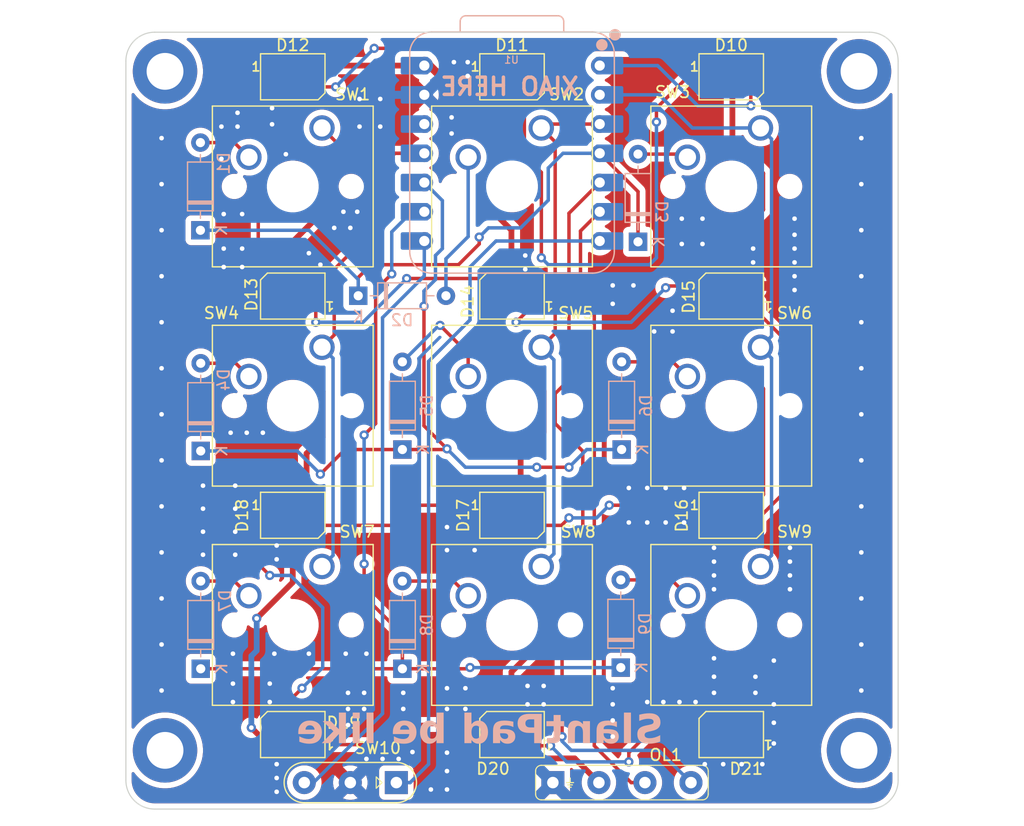
<source format=kicad_pcb>
(kicad_pcb (version 20241229) (generator "pcbnew") (generator_version "9.0")
  (layers (0 "F.Cu" signal) (2 "B.Cu" signal) (13 "F.Paste" user) (15 "B.Paste" user) (5 "F.SilkS" user "F.Silkscreen") (7 "B.SilkS" user "B.Silkscreen") (1 "F.Mask" user) (3 "B.Mask" user) (25 "Edge.Cuts" user))
  (net 0 "")
  (net 1 "ROW 0")
  (net 2 "Net-(D1-A)")
  (net 3 "Net-(D2-A)")
  (net 4 "Net-(D3-A)")
  (net 5 "ROW 1")
  (net 6 "Net-(D4-A)")
  (net 7 "Net-(D5-A)")
  (net 8 "Net-(D6-A)")
  (net 9 "Net-(D7-A)")
  (net 10 "ROW 2")
  (net 11 "Net-(D8-A)")
  (net 12 "Net-(D9-A)")
  (net 13 "+5V")
  (net 14 "LED")
  (net 15 "GND")
  (net 16 "SCL")
  (net 17 "SDA")
  (net 18 "COL 0")
  (net 19 "COL 1")
  (net 20 "COL 2")
  (net 21 "EC11 B")
  (net 22 "EC11 A")
  (net 24 "Net-(D10-DOUT)")
  (net 25 "Net-(D11-DOUT)")
  (net 26 "Net-(D12-DOUT)")
  (net 27 "Net-(D13-DOUT)")
  (net 28 "Net-(D14-DOUT)")
  (net 29 "Net-(D15-DOUT)")
  (net 30 "Net-(D16-DOUT)")
  (net 31 "Net-(D17-DOUT)")
  (net 32 "Net-(D18-DOUT)")
  (net 33 "Net-(D19-DOUT)")
  (net 34 "Net-(D20-DOUT)")
  (footprint "Button_Switch_Keyboard:SW_Cherry_MX_1.00u_PCB" (layer "F.Cu") (at 146.33125 92.06)
    (property "Reference" "SW5")
    (property "Value" "SW_Push")
  )
  (footprint "Button_Switch_Keyboard:SW_Cherry_MX_1.00u_PCB" (layer "F.Cu") (at 127.28125 111.11)
    (property "Reference" "SW7")
    (property "Value" "SW_Push")
  )
  (footprint "LED_SMD:LED_SK6812MINI_PLCC4_3.5x3.5mm_P1.75mm" (layer "F.Cu") (at 143.79125 87.615 180)
    (property "Reference" "D14")
    (property "Value" "SK6812MINI")
  )
  (footprint "MountingHole:MountingHole_3.2mm_M3_DIN965_Pad" (layer "F.Cu") (at 113.64125 127.09)
    (property "Reference" "REF**" (hide yes))
    (property "Value" "MountingHole_3.2mm_M3_DIN965_Pad")
  )
  (footprint "LED_SMD:LED_SK6812MINI_PLCC4_3.5x3.5mm_P1.75mm" (layer "F.Cu") (at 143.79125 68.565)
    (property "Reference" "D11")
    (property "Value" "SK6812MINI")
  )
  (footprint "LED_SMD:LED_SK6812MINI_PLCC4_3.5x3.5mm_P1.75mm" (layer "F.Cu") (at 124.74125 125.715 180)
    (property "Reference" "D19")
    (property "Value" "SK6812MINI")
  )
  (footprint "LED_SMD:LED_SK6812MINI_PLCC4_3.5x3.5mm_P1.75mm" (layer "F.Cu") (at 143.79125 106.665)
    (property "Reference" "D17")
    (property "Value" "SK6812MINI")
  )
  (footprint "Wire_Connectors:SSD1306_0.91_OLED_Wire_Connector" (layer "F.Cu") (at 159.34125 129.89 180)
    (property "Reference" "OL1")
    (property "Value" "SSD1306_0.61_OLED")
  )
  (footprint "Button_Switch_Keyboard:SW_Cherry_MX_1.00u_PCB" (layer "F.Cu") (at 165.38125 111.11)
    (property "Reference" "SW9")
    (property "Value" "SW_Push")
  )
  (footprint "LED_SMD:LED_SK6812MINI_PLCC4_3.5x3.5mm_P1.75mm" (layer "F.Cu") (at 162.84125 125.715 180)
    (property "Reference" "D21")
    (property "Value" "SK6812MINI")
  )
  (footprint "LED_SMD:LED_SK6812MINI_PLCC4_3.5x3.5mm_P1.75mm" (layer "F.Cu") (at 124.74125 106.665)
    (property "Reference" "D18")
    (property "Value" "SK6812MINI")
  )
  (footprint "Button_Switch_Keyboard:SW_Cherry_MX_1.00u_PCB" (layer "F.Cu") (at 165.38125 73.01)
    (property "Reference" "SW3")
    (property "Value" "SW_Push")
  )
  (footprint "LED_SMD:LED_SK6812MINI_PLCC4_3.5x3.5mm_P1.75mm" (layer "F.Cu") (at 124.74125 68.565)
    (property "Reference" "D12")
    (property "Value" "SK6812MINI")
  )
  (footprint "Button_Switch_Keyboard:SW_Cherry_MX_1.00u_PCB" (layer "F.Cu") (at 165.38125 92.06)
    (property "Reference" "SW6")
    (property "Value" "SW_Push")
  )
  (footprint "Button_Switch_Keyboard:SW_Cherry_MX_1.00u_PCB" (layer "F.Cu") (at 127.28125 92.06)
    (property "Reference" "SW4")
    (property "Value" "SW_Push")
  )
  (footprint "LED_SMD:LED_SK6812MINI_PLCC4_3.5x3.5mm_P1.75mm" (layer "F.Cu") (at 162.84125 87.615 180)
    (property "Reference" "D15")
    (property "Value" "SK6812MINI")
  )
  (footprint "MountingHole:MountingHole_3.2mm_M3_DIN965_Pad" (layer "F.Cu") (at 173.94125 68.09)
    (property "Reference" "REF**" (hide yes))
    (property "Value" "MountingHole_3.2mm_M3_DIN965_Pad")
  )
  (footprint "LED_SMD:LED_SK6812MINI_PLCC4_3.5x3.5mm_P1.75mm" (layer "F.Cu") (at 162.84125 106.665)
    (property "Reference" "D16")
    (property "Value" "SK6812MINI")
  )
  (footprint "Button_Switch_Keyboard:SW_Cherry_MX_1.00u_PCB" (layer "F.Cu") (at 146.33125 111.11)
    (property "Reference" "SW8")
    (property "Value" "SW_Push")
  )
  (footprint "MountingHole:MountingHole_3.2mm_M3_DIN965_Pad" (layer "F.Cu") (at 173.94125 127.09)
    (property "Reference" "REF**" (hide yes))
    (property "Value" "MountingHole_3.2mm_M3_DIN965_Pad")
  )
  (footprint "Button_Switch_Keyboard:SW_Cherry_MX_1.00u_PCB" (layer "F.Cu") (at 146.33125 73.01)
    (property "Reference" "SW2")
    (property "Value" "SW_Push")
  )
  (footprint "MountingHole:MountingHole_3.2mm_M3_DIN965_Pad" (layer "F.Cu") (at 113.64125 68.09)
    (property "Reference" "REF**" (hide yes))
    (property "Value" "MountingHole_3.2mm_M3_DIN965_Pad")
  )
  (footprint "LED_SMD:LED_SK6812MINI_PLCC4_3.5x3.5mm_P1.75mm" (layer "F.Cu") (at 143.79125 125.715 180)
    (property "Reference" "D20")
    (property "Value" "SK6812MINI")
  )
  (footprint "LED_SMD:LED_SK6812MINI_PLCC4_3.5x3.5mm_P1.75mm" (layer "F.Cu") (at 124.74125 87.615 180)
    (property "Reference" "D13")
    (property "Value" "SK6812MINI")
  )
  (footprint "Button_Switch_Keyboard:SW_Cherry_MX_1.00u_PCB" (layer "F.Cu") (at 127.28125 73.01)
    (property "Reference" "SW1")
    (property "Value" "SW_Push")
  )
  (footprint "Wire_Connectors:Rotary_Encoder_Wire_Connector" (layer "F.Cu") (at 125.74125 129.89)
    (property "Reference" "SW10")
    (property "Value" "RotaryEncoder_Switch")
  )
  (footprint "LED_SMD:LED_SK6812MINI_PLCC4_3.5x3.5mm_P1.75mm" (layer "F.Cu") (at 162.84125 68.565)
    (property "Reference" "D10")
    (property "Value" "SK6812MINI")
  )
  (footprint "Diode_THT:D_DO-35_SOD27_P7.62mm_Horizontal" (layer "B.Cu") (at 116.71625 81.9 90)
    (property "Reference" "D1")
    (property "Value" "1N4148")
  )
  (footprint "Diode_THT:D_DO-35_SOD27_P7.62mm_Horizontal" (layer "B.Cu") (at 154.74125 82.9 90)
    (property "Reference" "D3")
    (property "Value" "1N4148")
  )
  (footprint "Diode_THT:D_DO-35_SOD27_P7.62mm_Horizontal" (layer "B.Cu") (at 130.43125 87.59)
    (property "Reference" "D2")
    (property "Value" "1N4148")
  )
  (footprint "Diode_THT:D_DO-35_SOD27_P7.62mm_Horizontal" (layer "B.Cu") (at 134.26625 120 90)
    (property "Reference" "D8")
    (property "Value" "1N4148")
  )
  (footprint "OPL:XIAO-RP2040-DIP" (layer "B.Cu") (at 143.79125 75.21 180)
    (property "Reference" "U1")
    (property "Value" "XIAO-RP2040-DIP")
  )
  (footprint "Diode_THT:D_DO-35_SOD27_P7.62mm_Horizontal" (layer "B.Cu") (at 153.31625 100.95 90)
    (property "Reference" "D6")
    (property "Value" "1N4148")
  )
  (footprint "Diode_THT:D_DO-35_SOD27_P7.62mm_Horizontal" (layer "B.Cu") (at 116.74125 120 90)
    (property "Reference" "D7")
    (property "Value" "1N4148")
  )
  (footprint "Diode_THT:D_DO-35_SOD27_P7.62mm_Horizontal" (layer "B.Cu") (at 134.26625 100.95 90)
    (property "Reference" "D5")
    (property "Value" "1N4148")
  )
  (footprint "Diode_THT:D_DO-35_SOD27_P7.62mm_Horizontal" (layer "B.Cu") (at 153.24125 119.9 90)
    (property "Reference" "D9")
    (property "Value" "1N4148")
  )
  (footprint "Diode_THT:D_DO-35_SOD27_P7.62mm_Horizontal" (layer "B.Cu") (at 116.74125 101.075 90)
    (property "Reference" "D4")
    (property "Value" "1N4148")
  )
  (gr_arc (start 174.84125 64.69) (mid 176.609017 65.422233) (end 177.34125 67.19) (stroke (width 0.1)) (layer "Edge.Cuts"))
  (gr_line (start 174.84125 132.19) (end 112.74125 132.19) (stroke (width 0.1)) (layer "Edge.Cuts"))
  (gr_arc (start 112.74125 132.19) (mid 110.973483 131.457767) (end 110.24125 129.69) (stroke (width 0.1)) (layer "Edge.Cuts"))
  (gr_line (start 110.24125 129.69) (end 110.24125 67.19) (stroke (width 0.1)) (layer "Edge.Cuts"))
  (gr_line (start 177.34125 67.19) (end 177.34125 129.69) (stroke (width 0.1)) (layer "Edge.Cuts"))
  (gr_arc (start 110.24125 67.19) (mid 110.973486 65.422251) (end 112.74125 64.69) (stroke (width 0.1)) (layer "Edge.Cuts"))
  (gr_arc (start 177.34125 129.69) (mid 176.609017 131.457767) (end 174.84125 132.19) (stroke (width 0.1)) (layer "Edge.Cuts"))
  (gr_line (start 112.74125 64.69) (end 174.84125 64.69) (stroke (width 0.1)) (layer "Edge.Cuts"))
  (gr_text "XIAO HERE" (at 149.74125 70.29 0) (layer "B.SilkS") (effects (font (size 1.5 1.5) (thickness 0.3) (bold yes)) (justify left bottom mirror)))
  (gr_text "SlantPad be like" (at 156.94125 126.89 0) (layer "B.SilkS") (effects (font (size 2.5 2.5) (thickness 0.375) (bold yes)) (justify left bottom mirror)))
  (segment (start 139.14125 84.89) (end 131.54125 84.89) (width 0.3) (layer "F.Cu") (net 1))
  (segment (start 140.94125 83.09) (end 139.14125 84.89) (width 0.3) (layer "F.Cu") (net 1))
  (segment (start 154.74125 78.54) (end 154.74125 82.9) (width 0.3) (layer "F.Cu") (net 1))
  (segment (start 131.54125 84.89) (end 130.43125 86) (width 0.3) (layer "F.Cu") (net 1))
  (segment (start 151.41125 75.21) (end 154.74125 78.54) (width 0.3) (layer "F.Cu") (net 1))
  (segment (start 140.94125 82.49) (end 140.94125 83.09) (width 0.3) (layer "F.Cu") (net 1))
  (segment (start 130.43125 86) (end 130.43125 87.59) (width 0.3) (layer "F.Cu") (net 1))
  (via (at 140.94125 82.49) (size 0.8) (drill 0.4) (layers "F.Cu" "B.Cu") (net 1))
  (segment (start 141.74125 81.69) (end 144.54125 81.69) (width 0.3) (layer "B.Cu") (net 1))
  (segment (start 116.71625 81.9) (end 126.15125 81.9) (width 0.3) (layer "B.Cu") (net 1))
  (segment (start 140.94125 82.49) (end 141.74125 81.69) (width 0.3) (layer "B.Cu") (net 1))
  (segment (start 126.15125 81.9) (end 130.43125 86.18) (width 0.3) (layer "B.Cu") (net 1))
  (segment (start 146.94125 76.49) (end 148.22125 75.21) (width 0.3) (layer "B.Cu") (net 1))
  (segment (start 144.54125 81.69) (end 146.94125 79.29) (width 0.3) (layer "B.Cu") (net 1))
  (segment (start 130.43125 86.18) (end 130.43125 87.59) (width 0.3) (layer "B.Cu") (net 1))
  (segment (start 146.94125 79.29) (end 146.94125 76.49) (width 0.3) (layer "B.Cu") (net 1))
  (segment (start 148.22125 75.21) (end 151.41125 75.21) (width 0.3) (layer "B.Cu") (net 1))
  (segment (start 119.66125 74.28) (end 116.71625 74.28) (width 0.3) (layer "F.Cu") (net 2))
  (segment (start 119.66125 74.28) (end 120.93125 75.55) (width 0.3) (layer "F.Cu") (net 2))
  (segment (start 138.05125 84.38) (end 139.98125 82.45) (width 0.3) (layer "B.Cu") (net 3))
  (segment (start 138.05125 87.59) (end 138.05125 84.38) (width 0.3) (layer "B.Cu") (net 3))
  (segment (start 139.98125 82.45) (end 139.98125 75.55) (width 0.3) (layer "B.Cu") (net 3))
  (segment (start 158.76125 75.28) (end 159.03125 75.55) (width 0.3) (layer "F.Cu") (net 4))
  (segment (start 154.74125 75.28) (end 158.76125 75.28) (width 0.3) (layer "F.Cu") (net 4))
  (segment (start 138.14125 100.89) (end 138.08125 100.95) (width 0.3) (layer "F.Cu") (net 5))
  (segment (start 136.14125 88.49) (end 136.14125 98.89) (width 0.3) (layer "F.Cu") (net 5))
  (segment (start 127.14125 103.09) (end 129.28125 100.95) (width 0.3) (layer "F.Cu") (net 5))
  (segment (start 129.28125 100.95) (end 134.26625 100.95) (width 0.3) (layer "F.Cu") (net 5))
  (segment (start 136.14125 98.89) (end 138.14125 100.89) (width 0.3) (layer "F.Cu") (net 5))
  (segment (start 138.08125 100.95) (end 134.26625 100.95) (width 0.3) (layer "F.Cu") (net 5))
  (segment (start 148.74125 102.49) (end 145.94125 102.49) (width 0.3) (layer "F.Cu") (net 5))
  (via (at 138.14125 100.89) (size 0.8) (drill 0.4) (layers "F.Cu" "B.Cu") (net 5))
  (via (at 148.74125 102.49) (size 0.8) (drill 0.4) (layers "F.Cu" "B.Cu") (net 5))
  (via (at 127.14125 103.09) (size 0.8) (drill 0.4) (layers "F.Cu" "B.Cu") (net 5))
  (via (at 136.14125 88.49) (size 0.8) (drill 0.4) (layers "F.Cu" "B.Cu") (net 5))
  (via (at 145.94125 102.49) (size 0.8) (drill 0.4) (layers "F.Cu" "B.Cu") (net 5))
  (segment (start 136.14125 87.18112) (end 137.14125 86.18112) (width 0.3) (layer "B.Cu") (net 5))
  (segment (start 116.74125 101.075) (end 125.12625 101.075) (width 0.3) (layer "B.Cu") (net 5))
  (segment (start 137.14125 86.18112) (end 137.14125 84.09) (width 0.3) (layer "B.Cu") (net 5))
  (segment (start 137.14125 84.09) (end 137.74125 83.49) (width 0.3) (layer "B.Cu") (net 5))
  (segment (start 137.74125 79.32) (end 136.17125 77.75) (width 0.3) (layer "B.Cu") (net 5))
  (segment (start 145.94125 102.49) (end 139.74125 102.49) (width 0.3) (layer "B.Cu") (net 5))
  (segment (start 136.14125 88.49) (end 136.14125 87.18112) (width 0.3) (layer "B.Cu") (net 5))
  (segment (start 139.74125 102.49) (end 138.14125 100.89) (width 0.3) (layer "B.Cu") (net 5))
  (segment (start 153.31625 100.95) (end 150.28125 100.95) (width 0.3) (layer "B.Cu") (net 5))
  (segment (start 125.12625 101.075) (end 127.14125 103.09) (width 0.3) (layer "B.Cu") (net 5))
  (segment (start 137.74125 83.49) (end 137.74125 79.32) (width 0.3) (layer "B.Cu") (net 5))
  (segment (start 150.28125 100.95) (end 148.74125 102.49) (width 0.3) (layer "B.Cu") (net 5))
  (segment (start 119.78625 93.455) (end 120.93125 94.6) (width 0.3) (layer "F.Cu") (net 6))
  (segment (start 116.74125 93.455) (end 119.78625 93.455) (width 0.3) (layer "F.Cu") (net 6))
  (segment (start 137.54125 90.165) (end 139.98125 92.605) (width 0.3) (layer "F.Cu") (net 7))
  (segment (start 139.98125 92.605) (end 139.98125 94.6) (width 0.3) (layer "F.Cu") (net 7))
  (via (at 137.54125 90.165) (size 0.8) (drill 0.4) (layers "F.Cu" "B.Cu") (net 7))
  (segment (start 137.43125 90.165) (end 134.26625 93.33) (width 0.3) (layer "B.Cu") (net 7))
  (segment (start 137.54125 90.165) (end 137.43125 90.165) (width 0.3) (layer "B.Cu") (net 7))
  (segment (start 153.31625 93.33) (end 157.76125 93.33) (width 0.3) (layer "F.Cu") (net 8))
  (segment (start 157.76125 93.33) (end 159.03125 94.6) (width 0.3) (layer "F.Cu") (net 8))
  (segment (start 116.74125 112.38) (end 119.66125 112.38) (width 0.3) (layer "F.Cu") (net 9))
  (segment (start 119.66125 112.38) (end 120.93125 113.65) (width 0.3) (layer "F.Cu") (net 9))
  (segment (start 131.94125 87.09) (end 131.94125 98.69) (width 0.3) (layer "F.Cu") (net 10))
  (segment (start 130.94125 113.69) (end 134.26625 117.015) (width 0.3) (layer "F.Cu") (net 10))
  (segment (start 130.94125 110.89) (end 130.94125 113.69) (width 0.3) (layer "F.Cu") (net 10))
  (segment (start 131.94125 98.69) (end 130.94125 99.69) (width 0.3) (layer "F.Cu") (net 10))
  (segment (start 133.34125 85.69) (end 131.94125 87.09) (width 0.3) (layer "F.Cu") (net 10))
  (segment (start 134.26625 120) (end 116.74125 120) (width 0.3) (layer "F.Cu") (net 10))
  (segment (start 134.26625 120) (end 140.03125 120) (width 0.3) (layer "F.Cu") (net 10))
  (segment (start 134.26625 117.015) (end 134.26625 120) (width 0.3) (layer "F.Cu") (net 10))
  (segment (start 140.03125 120) (end 140.14125 119.89) (width 0.3) (layer "F.Cu") (net 10))
  (via (at 130.94125 110.89) (size 0.8) (drill 0.4) (layers "F.Cu" "B.Cu") (net 10))
  (via (at 140.14125 119.89) (size 0.8) (drill 0.4) (layers "F.Cu" "B.Cu") (net 10))
  (via (at 133.34125 85.69) (size 0.8) (drill 0.4) (layers "F.Cu" "B.Cu") (net 10))
  (via (at 130.94125 99.69) (size 0.8) (drill 0.4) (layers "F.Cu" "B.Cu") (net 10))
  (segment (start 133.34125 82.04237) (end 133.34125 85.69) (width 0.3) (layer "B.Cu") (net 10))
  (segment (start 135.09362 80.29) (end 133.34125 82.04237) (width 0.3) (layer "B.Cu") (net 10))
  (segment (start 140.14125 119.89) (end 140.15125 119.9) (width 0.3) (layer "B.Cu") (net 10))
  (segment (start 140.15125 119.9) (end 153.24125 119.9) (width 0.3) (layer "B.Cu") (net 10))
  (segment (start 130.94125 99.69) (end 130.94125 110.89) (width 0.3) (layer "B.Cu") (net 10))
  (segment (start 136.17125 80.29) (end 135.09362 80.29) (width 0.3) (layer "B.Cu") (net 10))
  (segment (start 138.71125 112.38) (end 139.98125 113.65) (width 0.3) (layer "F.Cu") (net 11))
  (segment (start 134.26625 112.38) (end 138.71125 112.38) (width 0.3) (layer "F.Cu") (net 11))
  (segment (start 157.66125 112.28) (end 159.03125 113.65) (width 0.3) (layer "F.Cu") (net 12))
  (segment (start 153.24125 112.28) (end 157.66125 112.28) (width 0.3) (layer "F.Cu") (net 12))
  (segment (start 127.34125 99.89) (end 127.34125 95.89) (width 0.5) (layer "F.Cu") (net 13))
  (segment (start 136.17125 67.59) (end 126.59125 67.59) (width 0.5) (layer "F.Cu") (net 13))
  (segment (start 143.74125 125.89) (end 143.74125 120.2795) (width 0.5) (layer "F.Cu") (net 13))
  (segment (start 143.74125 87.59) (end 142.84125 88.49) (width 0.5) (layer "F.Cu") (net 13))
  (segment (start 142.04125 91.39) (end 146.54125 95.89) (width 0.5) (layer "F.Cu") (net 13))
  (segment (start 162.94125 112.49) (end 165.54125 115.09) (width 0.5) (layer "F.Cu") (net 13))
  (segment (start 146.54125 114.79) (end 143.74125 111.99) (width 0.5) (layer "F.Cu") (net 13))
  (segment (start 124.74125 68.69) (end 125.74125 67.69) (width 0.5) (layer "F.Cu") (net 13))
  (segment (start 162.99125 66.09) (end 164.59125 67.69) (width 0.5) (layer "F.Cu") (net 13))
  (segment (start 123.94125 88.49) (end 124.74125 87.69) (width 0.5) (layer "F.Cu") (net 13))
  (segment (start 144.54125 104.79) (end 145.54125 105.79) (width 0.5) (layer "F.Cu") (net 13))
  (segment (start 141.14125 79.286504) (end 143.74125 81.886504) (width 0.5) (layer "F.Cu") (net 13))
  (segment (start 163.84125 105.79) (end 162.94125 106.69) (width 0.5) (layer "F.Cu") (net 13))
  (segment (start 145.54125 67.69) (end 147.14125 66.09) (width 0.5) (layer "F.Cu") (net 13))
  (segment (start 162.94125 87.49) (end 161.94125 88.49) (width 0.5) (layer "F.Cu") (net 13))
  (segment (start 124.74125 106.59) (end 125.54125 105.79) (width 0.5) (layer "F.Cu") (net 13))
  (segment (start 126.59125 67.59) (end 126.49125 67.69) (width 0.5) (layer "F.Cu") (net 13))
  (segment (start 165.54125 117.5765) (end 162.94125 120.1765) (width 0.5) (layer "F.Cu") (net 13))
  (segment (start 144.54125 67.69) (end 145.54125 67.69) (width 0.5) (layer "F.Cu") (net 13))
  (segment (start 121.607013 115.624237) (end 124.74125 112.49) (width 0.5) (layer "F.Cu") (net 13))
  (segment (start 143.74125 120.2795) (end 146.54125 117.4795) (width 0.5) (layer "F.Cu") (net 13))
  (segment (start 136.17125 67.59) (end 136.64125 67.59) (width 0.7) (layer "F.Cu") (net 13))
  (segment (start 162.94125 74.371526) (end 165.54125 76.971526) (width 0.5) (layer "F.Cu") (net 13))
  (segment (start 144.84125 105.79) (end 145.54125 105.79) (width 0.5) (layer "F.Cu") (net 13))
  (segment (start 143.74125 111.99) (end 143.74125 106.89) (width 0.5) (layer "F.Cu") (net 13))
  (segment (start 146.54125 99.441) (end 144.54125 101.441) (width 0.5) (layer "F.Cu") (net 13))
  (segment (start 165.54125 104.84) (end 164.59125 105.79) (width 0.5) (layer "F.Cu") (net 13))
  (segment (start 124.74125 82.89) (end 127.54125 80.09) (width 0.5) (layer "F.Cu") (net 13))
  (segment (start 124.74125 73.69) (end 124.74125 68.69) (width 0.5) (layer "F.Cu") (net 13))
  (segment (start 143.74125 68.49) (end 144.54125 67.69) (width 0.5) (layer "F.Cu") (net 13))
  (segment (start 136.64125 67.59) (end 141.14125 72.09) (width 0.7) (layer "F.Cu") (net 13))
  (segment (start 164.59125 67.69) (end 164.21425 67.69) (width 0.5) (layer "F.Cu") (net 13))
  (segment (start 149.24125 127.79) (end 151.34125 129.89) (width 0.5) (layer "F.Cu") (net 13))
  (segment (start 162.04125 126.59) (end 161.09125 126.59) (width 0.5) (layer "F.Cu") (net 13))
  (segment (start 125.94125 101.29) (end 127.34125 99.89) (width 0.5) (layer "F.Cu") (net 13))
  (segment (start 161.94125 88.49) (end 161.09125 88.49) (width 0.5) (layer "F.Cu") (net 13))
  (segment (start 125.94125 105.24) (end 125.94125 101.29) (width 0.5) (layer "F.Cu") (net 13))
  (segment (start 162.94125 106.69) (end 162.94125 112.49) (width 0.5) (layer "F.Cu") (net 13))
  (segment (start 165.54125 80.09) (end 162.94125 82.69) (width 0.5) (layer "F.Cu") (net 13))
  (segment (start 143.74125 106.89) (end 144.84125 105.79) (width 0.5) (layer "F.Cu") (net 13))
  (segment (start 125.74125 67.69) (end 126.49125 67.69) (width 0.5) (layer "F.Cu") (net 13))
  (segment (start 142.24125 72.09) (end 143.74125 70.59) (width 0.5) (layer "F.Cu") (net 13))
  (segment (start 142.24125 72.09) (end 142.24125 75.99) (width 0.5) (layer "F.Cu") (net 13))
  (segment (start 126.49125 105.79) (end 125.94125 105.24) (width 0.5) (layer "F.Cu") (net 13))
  (segment (start 162.94125 68.963) (end 162.94125 74.371526) (width 0.5) (layer "F.Cu") (net 13))
  (segment (start 146.54125 95.89) (end 146.54125 99.441) (width 0.5) (layer "F.Cu") (net 13))
  (segment (start 141.14125 72.09) (end 142.24125 72.09) (width 0.7) (layer "F.Cu") (net 13))
  (segment (start 122.99125 91.54) (end 122.99125 88.49) (width 0.5) (layer "F.Cu") (net 13))
  (segment (start 161.09125 91.24) (end 165.54125 95.69) (width 0.5) (layer "F.Cu") (net 13))
  (segment (start 147.14125 66.09) (end 162.99125 66.09) (width 0.5) (layer "F.Cu") (net 13))
  (segment (start 143.04125 126.59) (end 143.74125 125.89) (width 0.5) (layer "F.Cu") (net 13))
  (segment (start 125.54125 105.79) (end 126.49125 105.79) (width 0.5) (layer "F.Cu") (net 13))
  (segment (start 127.54125 80.09) (end 127.54125 76.49) (width 0.5) (layer "F.Cu") (net 13))
  (segment (start 144.54125 101.441) (end 144.54125 104.79) (width 0.5) (layer "F.Cu") (net 13))
  (segment (start 143.74125 81.886504) (end 143.74125 87.59) (width 0.5) (layer "F.Cu") (net 13))
  (segment (start 124.74125 112.49) (end 124.74125 106.59) (width 0.5) (layer "F.Cu") (net 13))
  (segment (start 161.09125 88.49) (end 161.09125 91.24) (width 0.5) (layer "F.Cu") (net 13))
  (segment (start 142.24125 75.99) (end 141.14125 77.09) (width 0.5) (layer "F.Cu") (net 13))
  (segment (start 124.74125 87.69) (end 124.74125 82.89) (width 0.5) (layer "F.Cu") (net 13))
  (segment (start 165.54125 115.09) (end 165.54125 117.5765) (width 0.5) (layer "F.Cu") (net 13))
  (segment (start 142.84125 88.49) (end 142.04125 88.49) (width 0.5) (layer "F.Cu") (net 13))
  (segment (start 141.14125 77.09) (end 141.14125 79.286504) (width 0.5) (layer "F.Cu") (net 13))
  (segment (start 127.34125 95.89) (end 122.99125 91.54) (width 0.5) (layer "F.Cu") (net 13))
  (segment (start 165.54125 95.69) (end 165.54125 104.84) (width 0.5) (layer "F.Cu") (net 13))
  (segment (start 122.61425 126.59) (end 122.99125 126.59) (width 0.5) (layer "F.Cu") (net 13))
  (segment (start 162.94125 120.1765) (end 162.94125 125.69) (width 0.5) (layer "F.Cu") (net 13))
  (segment (start 142.04125 88.49) (end 142.04125 91.39) (width 0.5) (layer "F.Cu") (net 13))
  (segment (start 121.14125 125.117) (end 122.61425 126.59) (width 0.5) (layer "F.Cu") (net 13))
  (segment (start 143.04125 126.59) (end 144.24125 127.79) (width 0.5) (layer "F.Cu") (net 13))
  (segment (start 162.94125 82.69) (end 162.94125 87.49) (width 0.5) (layer "F.Cu") (net 13))
  (segment (start 127.54125 76.49) (end 124.74125 73.69) (width 0.5) (layer "F.Cu") (net 13))
  (segment (start 165.54125 76.971526) (end 165.54125 80.09) (width 0.5) (layer "F.Cu") (net 13))
  (segment (start 142.04125 126.59) (end 143.04125 126.59) (width 0.5) (layer "F.Cu") (net 13))
  (segment (start 143.74125 70.59) (end 143.74125 68.49) (width 0.5) (layer "F.Cu") (net 13))
  (segment (start 144.24125 127.79) (end 149.24125 127.79) (width 0.5) (layer "F.Cu") (net 13))
  (segment (start 146.54125 117.4795) (end 146.54125 114.79) (width 0.5) (layer "F.Cu") (net 13))
  (segment (start 164.59125 105.79) (end 163.84125 105.79) (width 0.5) (layer "F.Cu") (net 13))
  (segment (start 122.99125 88.49) (end 123.94125 88.49) (width 0.5) (layer "F.Cu") (net 13))
  (segment (start 162.94125 125.69) (end 162.04125 126.59) (width 0.5) (layer "F.Cu") (net 13))
  (segment (start 164.21425 67.69) (end 162.94125 68.963) (width 0.5) (layer "F.Cu") (net 13))
  (via (at 121.14125 125.117) (size 0.8) (drill 0.4) (layers "F.Cu" "B.Cu") (net 13))
  (via (at 121.607013 115.624237) (size 0.8) (drill 0.4) (layers "F.Cu" "B.Cu") (net 13))
  (segment (start 121.607013 118.424237) (end 121.607013 115.624237) (width 0.5) (layer "B.Cu") (net 13))
  (segment (start 121.14125 118.89) (end 121.607013 118.424237) (width 0.5) (layer "B.Cu") (net 13))
  (segment (start 121.14125 125.117) (end 121.14125 118.89) (width 0.5) (layer "B.Cu") (net 13))
  (segment (start 164.54125 69.49) (end 164.59125 69.44) (width 0.3) (layer "F.Cu") (net 14))
  (segment (start 164.54125 71.09) (end 164.54125 69.49) (width 0.3) (layer "F.Cu") (net 14))
  (via (at 164.54125 71.09) (size 0.8) (drill 0.4) (layers "F.Cu" "B.Cu") (net 14))
  (segment (start 159.94125 71.09) (end 156.44125 67.59) (width 0.3) (layer "B.Cu") (net 14))
  (segment (start 164.54125 71.09) (end 159.94125 71.09) (width 0.3) (layer "B.Cu") (net 14))
  (segment (start 156.44125 67.59) (end 151.41125 67.59) (width 0.3) (layer "B.Cu") (net 14))
  (via (at 113.34125 109.89) (size 0.8) (drill 0.4) (layers "F.Cu" "B.Cu") (net 15))
  (via (at 126.14125 83.89) (size 0.8) (drill 0.4) (layers "F.Cu" "B.Cu") (net 15))
  (via (at 130.94125 122.09) (size 0.8) (drill 0.4) (layers "F.Cu" "B.Cu") (net 15))
  (via (at 116.94125 106.09) (size 0.8) (drill 0.4) (layers "F.Cu" "B.Cu") (net 15))
  (via (at 135.14125 127.232671) (size 0.8) (drill 0.4) (layers "F.Cu" "B.Cu") (net 15))
  (via (at 113.34125 85.89) (size 0.8) (drill 0.4) (layers "F.Cu" "B.Cu") (net 15))
  (via (at 131.14125 118.69) (size 0.8) (drill 0.4) (layers "F.Cu" "B.Cu") (net 15))
  (via (at 138.14125 128.89) (size 0.8) (drill 0.4) (layers "F.Cu" "B.Cu") (net 15))
  (via (at 158.54125 83.09) (size 0.8) (drill 0.4) (layers "F.Cu" "B.Cu") (net 15))
  (via (at 155.54125 122.89) (size 0.8) (drill 0.4) (layers "F.Cu" "B.Cu") (net 15))
  (via (at 157.14125 104.29) (size 0.8) (drill 0.4) (layers "F.Cu" "B.Cu") (net 15))
  (via (at 116.94125 108.09) (size 0.8) (drill 0.4) (layers "F.Cu" "B.Cu") (net 15))
  (via (at 157.14125 107.29) (size 0.8) (drill 0.4) (layers "F.Cu" "B.Cu") (net 15))
  (via (at 160.34125 80.89) (size 0.8) (drill 0.4) (layers "F.Cu" "B.Cu") (net 15))
  (via (at 139.94125 68.49) (size 0.8) (drill 0.4) (layers "F.Cu" "B.Cu") (net 15))
  (via (at 167.94125 110.69) (size 0.8) (drill 0.4) (layers "F.Cu" "B.Cu") (net 15))
  (via (at 118.74125 80.49) (size 0.8) (drill 0.4) (layers "F.Cu" "B.Cu") (net 15))
  (via (at 113.34125 117.89) (size 0.8) (drill 0.4) (layers "F.Cu" "B.Cu") (net 15))
  (via (at 129.14125 80.29) (size 0.8) (drill 0.4) (layers "F.Cu" "B.Cu") (net 15))
  (via (at 133.94125 127.832671) (size 0.8) (drill 0.4) (layers "F.Cu" "B.Cu") (net 15))
  (via (at 152.54125 121.69) (size 0.8) (drill 0.4) (layers "F.Cu" "B.Cu") (net 15))
  (via (at 116.94125 104.09) (size 0.8) (drill 0.4) (layers "F.Cu" "B.Cu") (net 15))
  (via (at 128.34125 81.69) (size 0.8) (drill 0.4) (layers "F.Cu" "B.Cu") (net 15))
  (via (at 122.94125 71.29) (size 0.8) (drill 0.4) (layers "F.Cu" "B.Cu") (net 15))
  (via (at 152.54125 86.69) (size 0.8) (drill 0.4) (layers "F.Cu" "B.Cu") (net 15))
  (via (at 168.34125 83.49) (size 0.8) (drill 0.4) (layers "F.Cu" "B.Cu") (net 15))
  (via (at 132.34125 72.89) (size 0.8) (drill 0.4) (layers "F.Cu" "B.Cu") (net 15))
  (via (at 155.54125 104.29) (size 0.8) (drill 0.4) (layers "F.Cu" "B.Cu") (net 15))
  (via (at 174.14125 89.89) (size 0.8) (drill 0.4) (layers "F.Cu" "B.Cu") (net 15))
  (via (at 161.34125 113.09) (size 0.8) (drill 0.4) (layers "F.Cu" "B.Cu") (net 15))
  (via (at 152.54125 88.29) (size 0.8) (drill 0.4) (layers "F.Cu" "B.Cu") (net 15))
  (via (at 158.34125 122.89) (size 0.8) (drill 0.4) (layers "F.Cu" "B.Cu") (net 15))
  (via (at 166.54125 123.09) (size 0.8) (drill 0.4) (layers "F.Cu" "B.Cu") (net 15))
  (via (at 161.34125 110.69) (size 0.8) (drill 0.4) (layers "F.Cu" "B.Cu") (net 15))
  (via (at 168.34125 82.29) (size 0.8) (drill 0.4) (layers "F.Cu" "B.Cu") (net 15))
  (via (at 144.94125 84.09) (size 0.8) (drill 0.4) (layers "F.Cu" "B.Cu") (net 15))
  (via (at 130.94125 123.49) (size 0.8) (drill 0.4) (layers "F.Cu" "B.Cu") (net 15))
  (via (at 167.94125 113.09) (size 0.8) (drill 0.4) (layers "F.Cu" "B.Cu") (net 15))
  (via (at 160.34125 83.09) (size 0.8) (drill 0.4) (layers "F.Cu" "B.Cu") (net 15))
  (via (at 144.94125 85.29) (size 0.8) (drill 0.4) (layers "F.Cu" "B.Cu") (net 15))
  (via (at 156.94125 122.89) (size 0.8) (drill 0.4) (layers "F.Cu" "B.Cu") (net 15))
  (via (at 113.34125 93.89) (size 0.8) (drill 0.4) (layers "F.Cu" "B.Cu") (net 15))
  (via (at 113.34125 81.89) (size 0.8) (drill 0.4) (layers "F.Cu" "B.Cu") (net 15))
  (via (at 174.14125 97.89) (size 0.8) (drill 0.4) (layers "F.Cu" "B.Cu") (net 15))
  (via (at 174.14125 81.89) (size 0.8) (drill 0.4) (layers "F.Cu" "B.Cu") (net 15))
  (via (at 122.94125 72.69) (size 0.8) (drill 0.4) (layers "F.Cu" "B.Cu") (net 15))
  (via (at 154.34125 86.69) (size 0.8) (drill 0.4) (layers "F.Cu" "B.Cu") (net 15))
  (via (at 120.34125 80.49) (size 0.8) (drill 0.4) (layers "F.Cu" "B.Cu") (net 15))
  (via (at 118.74125 85.09) (size 0.8) (drill 0.4) (layers "F.Cu" "B.Cu") (net 15))
  (via (at 113.34125 77.89) (size 0.8) (drill 0.4) (layers "F.Cu" "B.Cu") (net 15))
  (via (at 119.34125 99.49) (size 0.8) (drill 0.4) (layers "F.Cu" "B.Cu") (net 15))
  (via (at 138.54125 73.49) (size 0.8) (drill 0.4) (layers "F.Cu" "B.Cu") (net 15))
  (via (at 174.14125 73.89) (size 0.8) (drill 0.4) (layers "F.Cu" "B.Cu") (net 15))
  (via (at 119.54125 118.69) (size 0.8) (drill 0.4) (layers "F.Cu" "B.Cu") (net 15))
  (via (at 129.34125 118.69) (size 0.8) (drill 0.4) (layers "F.Cu" "B.Cu") (net 15))
  (via (at 168.34125 87.09) (size 0.8) (drill 0.4) (layers "F.Cu" "B.Cu") (net 15))
  (via (at 129.54125 122.09) (size 0.8) (drill 0.4) (layers "F.Cu" "B.Cu") (net 15))
  (via (at 138.14125 109.69) (size 0.8) (drill 0.4) (layers "F.Cu" "B.Cu") (net 15))
  (via (at 116.94125 110.09) (size 0.8) (drill 0.4) (layers "F.Cu" "B.Cu") (net 15))
  (via (at 139.94125 67.29) (size 0.8) (drill 0.4) (layers "F.Cu" "B.Cu") (net 15))
  (via (at 130.34125 80.29) (size 0.8) (drill 0.4) (layers "F.Cu" "B.Cu") (net 15))
  (via (at 113.34125 113.89) (size 0.8) (drill 0.4) (layers "F.Cu" "B.Cu") (net 15))
  (via (at 138.74125 67.29) (size 0.8) (drill 0.4) (layers "F.Cu" "B.Cu") (net 15))
  (via (at 130.54125 72.89) (size 0.8) (drill 0.4) (layers "F.Cu" "B.Cu") (net 15))
  (via (at 158.74125 104.29) (size 0.8) (drill 0.4) (layers "F.Cu" "B.Cu") (net 15))
  (via (at 138.14125 127.29) (size 0.8) (drill 0.4) (layers "F.Cu" "B.Cu") (net 15))
  (via (at 174.14125 117.89) (size 0.8) (drill 0.4) (layers "F.Cu" "B.Cu") (net 15))
  (via (at 174.14125 105.89) (size 0.8) (drill 0.4) (layers "F.Cu" "B.Cu") (net 15))
  (via (at 168.34125 80.89) (size 0.8) (drill 0.4) (layers "F.Cu" "B.Cu") (net 15))
  (via (at 113.34125 73.89) (size 0.8) (drill 0.4) (layers "F.Cu" "B.Cu") (net 15))
  (via (at 113.34125 121.89) (size 0.8) (drill 0.4) (layers "F.Cu" "B.Cu") (net 15))
  (via (at 167.94125 109.49) (size 0.8) (drill 0.4) (layers "F.Cu" "B.Cu") (net 15))
  (via (at 123.34125 110.49) (size 0.8) (drill 0.4) (layers "F.Cu" "B.Cu") (net 15))
  (via (at 119.54125 122.89) (size 0.8) (drill 0.4) (layers "F.Cu" "B.Cu") (net 15))
  (via (at 160.54125 128.29) (size 0.8) (drill 0.4) (layers "F.Cu" "B.Cu") (net 15))
  (via (at 167.94125 111.89) (size 0.8) (drill 0.4) (layers "F.Cu" "B.Cu") (net 15))
  (via (at 119.74125 104.09) (size 0.8) (drill 0.4) (layers "F.Cu" "B.Cu") (net 15))
  (via (at 157.74125 90.69) (size 0.8) (drill 0.4) (layers "F.Cu" "B.Cu") (net 15))
  (via (at 161.34125 111.89) (size 0.8) (drill 0.4) (layers "F.Cu" "B.Cu") (net 15))
  (via (at 159.74125 122.89) (size 0.8) (drill 0.4) (layers "F.Cu" "B.Cu") (net 15))
  (via (at 164.74125 84.69) (size 0.8) (drill 0.4) (layers "F.Cu" "B.Cu") (net 15))
  (via (at 164.94125 122.09) (size 0.8) (drill 0.4) (layers "F.Cu" "B.Cu") (net 15))
  (via (at 129.74125 81.69) (size 0.8) (drill 0.4) (layers "F.Cu" "B.Cu") (net 15))
  (via (at 163.74125 128.29) (size 0.8) (drill 0.4) (layers "F.Cu" "B.Cu") (net 15))
  (via (at 174.14125 113.89) (size 0.8) (drill 0.4) (layers "F.Cu" "B.Cu") (net 15))
  (via (at 165.54125 128.29) (size 0.8) (drill 0.4) (layers "F.Cu" "B.Cu") (net 15))
  (via (at 145.14125 123.09) (size 0.8) (drill 0.4) (layers "F.Cu" "B.Cu") (net 15))
  (via (at 156.14125 90.69) (size 0.8) (drill 0.4) (layers "F.Cu" "B.Cu") (net 15))
  (via (at 155.54125 107.29) (size 0.8) (drill 0.4) (layers "F.Cu" "B.Cu") (net 15))
  (via (at 166.54125 124.69) (size 0.8) (drill 0.4) (layers "F.Cu" "B.Cu") (net 15))
  (via (at 146.54125 121.49) (size 0.8) (drill 0.4) (layers "F.Cu" "B.Cu") (net 15))
  (via (at 174.14125 121.89) (size 0.8) (drill 0.4) (layers "F.Cu" "B.Cu") (net 15))
  (via (at 120.34125 83.49) (size 0.8) (drill 0.4) (layers "F.Cu" "B.Cu") (net 15))
  (via (at 157.74125 88.89) (size 0.8) (drill 0.4) (layers "F.Cu" "B.Cu") (net 15))
  (via (at 158.54125 80.89) (size 0.8) (drill 0.4) (layers "F.Cu" "B.Cu") (net 15))
  (via (at 152.54125 124.49) (size 0.8) (drill 0.4) (layers "F.Cu" "B.Cu") (net 15))
  (via (at 162.14125 128.29) (size 0.8) (drill 0.4) (layers "F.Cu" "B.Cu") (net 15))
  (via (at 138.14125 130.49) (size 0.8) (drill 0.4) (layers "F.Cu" "B.Cu") (net 15))
  (via (at 153.94125 104.29) (size 0.8) (drill 0.4) (layers "F.Cu" "B.Cu") (net 15))
  (via (at 138.14125 121.69) (size 0.8) (drill 0.4) (layers "F.Cu" "B.Cu") (net 15))
  (via (at 130.54125 70.49) (size 0.8) (drill 0.4) (layers "F.Cu" "B.Cu") (net 15))
  (via (at 152.54125 125.89) (size 0.8) (drill 0.4) (layers "F.Cu" "B.Cu") (net 15))
  (via (at 168.34125 84.69) (size 0.8) (drill 0.4) (layers "F.Cu" "B.Cu") (net 15))
  (via (at 127.14125 84.89) (size 0.8) (drill 0.4) (layers "F.Cu" "B.Cu") (net 15))
  (via (at 122.74125 121.29) (size 0.8) (drill 0.4) (layers "F.Cu" "B.Cu") (net 15))
  (via (at 120.74125 99.49) (size 0.8) (drill 0.4) (layers "F.Cu" "B.Cu") (net 15))
  (via (at 118.54125 72.89) (size 0.8) (drill 0.4) (layers "F.Cu" "B.Cu") (net 15))
  (via (at 146.54125 123.09) (size 0.8) (drill 0.4) (layers "F.Cu" "B.Cu") (net 15))
  (via (at 134.34125 123.49) (size 0.8) (drill 0.4) (layers "F.Cu" "B.Cu") (net 15))
  (via (at 129.54125 124.89) (size 0.8) (drill 0.4) (layers "F.Cu" "B.Cu") (net 15))
  (via (at 123.14125 118.69) (size 0.8) (drill 0.4) (layers "F.Cu" "B.Cu") (net 15))
  (via (at 138.54125 72.09) (size 0.8) (drill 0.4) (layers "F.Cu" "B.Cu") (net 15))
  (via (at 166.54125 119.29) (size 0.8) (drill 0.4) (layers "F.Cu" "B.Cu") (net 15))
  (via (at 164.94125 120.69) (size 0.8) (drill 0.4) (layers "F.Cu" "B.Cu") (net 15))
  (via (at 174.14125 93.89) (size 0.8) (drill 0.4) (layers "F.Cu" "B.Cu") (net 15))
  (via (at 132.34125 70.49) (size 0.8) (drill 0.4) (layers "F.Cu" "B.Cu") (net 15))
  (via (at 119.94125 72.89) (size 0.8) (drill 0.4) (layers "F.Cu" "B.Cu") (net 15))
  (via (at 120.34125 85.09) (size 0.8) (drill 0.4) (layers "F.Cu" "B.Cu") (net 15))
  (via (at 136.74125 130.49) (size 0.8) (drill 0.4) (layers "F.Cu" "B.Cu") (net 15))
  (via (at 168.34125 85.89) (size 0.8) (drill 0.4) (layers "F.Cu" "B.Cu") (net 15))
  (via (at 138.14125 107.69) (size 0.8) (drill 0.4) (layers "F.Cu" "B.Cu") (net 15))
  (via (at 113.34125 101.89) (size 0.8) (drill 0.4) (layers "F.Cu" "B.Cu") (net 15))
  (via (at 174.14125 101.89) (size 0.8) (drill 0.4) (layers "F.Cu" "B.Cu") (net 15))
  (via (at 123.34125 130.69) (size 0.8) (drill 0.4) (layers "F.Cu" "B.Cu") (net 15))
  (via (at 145.14125 121.49) (size 0.8) (drill 0.4) (layers "F.Cu" "B.Cu") (net 15))
  (via (at 139.74125 121.69) (size 0.8) (drill 0.4) (layers "F.Cu" "B.Cu") (net 15))
  (via (at 161.34125 119.09) (size 0.8) (drill 0.4) (layers "F.Cu" "B.Cu") (net 15))
  (via (at 139.74125 123.49) (size 0.8) (drill 0.4) (layers "F.Cu" "B.Cu") (net 15))
  (via (at 123.34125 109.29) (size 0.8) (drill 0.4) (layers "F.Cu" "B.Cu") (net 15))
  (via (at 174.14125 77.89) (size 0.8) (drill 0.4) (layers "F.Cu" "B.Cu") (net 15))
  (via (at 174.14125 109.89) (size 0.8) (drill 0.4) (layers "F.Cu" "B.Cu") (net 15))
  (via (at 138.14125 123.49) (size 0.8) (drill 0.4) (layers "F.Cu" "B.Cu") (net 15))
  (via (at 119.74125 110.09) (size 0.8) (drill 0.4) (layers "F.Cu" "B.Cu") (net 15))
  (via (at 118.54125 75.69) (size 0.8) (drill 0.4) (layers "F.Cu" "B.Cu") (net 15))
  (via (at 134.34125 122.09) (size 0.8) (drill 0.4) (layers "F.Cu" "B.Cu") (net 15))
  (via (at 119.74125 106.09) (size 0.8) (drill 0.4) (layers "F.Cu" "B.Cu") (net 15))
  (via (at 158.74125 107.29) (size 0.8) (drill 0.4) (layers "F.Cu" "B.Cu") (net 15))
  (via (at 129.54125 123.49) (size 0.8) (drill 0.4) (layers "F.Cu" "B.Cu") (net 15))
  (via (at 164.74125 83.49) (size 0.8) (drill 0.4) (layers "F.Cu" "B.Cu") (net 15))
  (via (at 174.14125 85.89) (size 0.8) (drill 0.4) (layers "F.Cu" "B.Cu") (net 15))
  (via (at 122.14125 99.49) (size 0.8) (drill 0.4) (layers "F.Cu" "B.Cu") (net 15))
  (via (at 131.14125 127.832671) (size 0.8) (drill 0.4) (layers "F.Cu" "B.Cu") (net 15))
  (via (at 113.34125 105.89) (size 0.8) (drill 0.4) (layers "F.Cu" "B.Cu") (net 15))
  (via (at 118.74125 83.49) (size 0.8) (drill 0.4) (layers "F.Cu" "B.Cu") (net 15))
  (via (at 113.34125 89.89) (size 0.8) (drill 0.4) (layers "F.Cu" "B.Cu") (net 15))
  (via (at 126.14125 118.69) (size 0.8) (drill 0.4) (layers "F.Cu" "B.Cu") (net 15))
  (via (at 119.74125 108.09) (size 0.8) (drill 0.4) (layers "F.Cu" "B.Cu") (net 15))
  (via (at 122.74125 122.89) (size 0.8) (drill 0.4) (layers "F.Cu" "B.Cu") (net 15))
  (via (at 166.54125 126.49) (size 0.8) (drill 0.4) (layers "F.Cu" "B.Cu") (net 15))
  (via (at 152.54125 123.09) (size 0.8) (drill 0.4) (layers "F.Cu" "B.Cu") (net 15))
  (via (at 161.34125 109.49) (size 0.8) (drill 0.4) (layers "F.Cu" "B.Cu") (net 15))
  (via (at 140.54125 109.69) (size 0.8) (drill 0.4) (layers "F.Cu" "B.Cu") (net 15))
  (via (at 161.34125 120.69) (size 0.8) (drill 0.4) (layers "F.Cu" "B.Cu") (net 15))
  (via (at 113.34125 97.89) (size 0.8) (drill 0.4) (layers "F.Cu" "B.Cu") (net 15))
  (via (at 124.14125 75.29) (size 0.8) (drill 0.4) (layers "F.Cu" "B.Cu") (net 15))
  (via (at 153.94125 107.29) (size 0.8) (drill 0.4) (layers "F.Cu" "B.Cu") (net 15))
  (via (at 161.34125 122.09) (size 0.8) (drill 0.4) (layers "F.Cu" "B.Cu") (net 15))
  (via (at 119.54125 121.29) (size 0.8) (drill 0.4) (layers "F.Cu" "B.Cu") (net 15))
  (via (at 119.94125 71.69) (size 0.8) (drill 0.4) (layers "F.Cu" "B.Cu") (net 15))
  (via (at 132.54125 127.832671) (size 0.8) (drill 0.4) (layers "F.Cu" "B.Cu") (net 15))
  (via (at 123.34125 129.49) (size 0.8) (drill 0.4) (layers "F.Cu" "B.Cu") (net 15))
  (via (at 123.34125 128.29) (size 0.8) (drill 0.4) (layers "F.Cu" "B.Cu") (net 15))
  (segment (start 135.33625 70.13) (end 133.34125 70.13) (width 0.7) (layer "B.Cu") (net 15))
  (segment (start 150.94125 126.69) (end 154.14125 129.89) (width 0.3) (layer "F.Cu") (net 16))
  (segment (start 151.41125 80.29) (end 149.74125 81.96) (width 0.3) (layer "F.Cu") (net 16))
  (segment (start 150.94125 87.69) (end 150.94125 126.69) (width 0.3) (layer "F.Cu") (net 16))
  (segment (start 149.74125 86.49) (end 150.94125 87.69) (width 0.3) (layer "F.Cu") (net 16))
  (segment (start 149.74125 81.96) (end 149.74125 86.49) (width 0.3) (layer "F.Cu") (net 16))
  (segment (start 154.14125 129.89) (end 155.34125 129.89) (width 0.3) (layer "F.Cu") (net 16))
  (segment (start 147.54125 117.15959) (end 147.54125 115.09) (width 0.3) (layer "F.Cu") (net 17))
  (segment (start 148.14125 117.75959) (end 147.54125 117.15959) (width 0.3) (layer "F.Cu") (net 17))
  (segment (start 149.94125 112.69) (end 149.94125 101.09) (width 0.3) (layer "F.Cu") (net 17))
  (segment (start 147.54125 98.69) (end 147.54125 96.09) (width 0.3) (layer "F.Cu") (net 17))
  (segment (start 148.74125 80.42) (end 151.41125 77.75) (width 0.3) (layer "F.Cu") (net 17))
  (segment (start 149.94125 101.09) (end 147.54125 98.69) (width 0.3) (layer "F.Cu") (net 17))
  (segment (start 148.14125 125.89) (end 148.14125 117.75959) (width 0.3) (layer "F.Cu") (net 17))
  (segment (start 147.54125 96.09) (end 148.74125 94.89) (width 0.3) (layer "F.Cu") (net 17))
  (segment (start 147.54125 115.09) (end 149.94125 112.69) (width 0.3) (layer "F.Cu") (net 17))
  (segment (start 148.74125 94.89) (end 148.74125 80.42) (width 0.3) (layer "F.Cu") (net 17))
  (via (at 148.14125 125.89) (size 0.8) (drill 0.4) (layers "F.Cu" "B.Cu") (net 17))
  (segment (start 148.94125 127.09) (end 156.54125 127.09) (width 0.3) (layer "B.Cu") (net 17))
  (segment (start 148.14125 125.89) (end 148.14125 126.29) (width 0.3) (layer "B.Cu") (net 17))
  (segment (start 148.14125 126.29) (end 148.94125 127.09) (width 0.3) (layer "B.Cu") (net 17))
  (segment (start 156.54125 127.09) (end 159.34125 129.89) (width 0.3) (layer "B.Cu") (net 17))
  (segment (start 131.74125 77.09) (end 133.62125 75.21) (width 0.3) (layer "F.Cu") (net 18))
  (segment (start 136.17125 75.21) (end 129.48125 75.21) (width 0.3) (layer "F.Cu") (net 18))
  (segment (start 131.74125 81.89) (end 131.74125 77.09) (width 0.3) (layer "F.Cu") (net 18))
  (segment (start 128.34125 91) (end 128.34125 85.29) (width 0.3) (layer "F.Cu") (net 18))
  (segment (start 127.28125 92.06) (end 128.34125 91) (width 0.3) (layer "F.Cu") (net 18))
  (segment (start 128.34125 85.29) (end 131.74125 81.89) (width 0.3) (layer "F.Cu") (net 18))
  (segment (start 129.48125 75.21) (end 127.28125 73.01) (width 0.3) (layer "F.Cu") (net 18))
  (segment (start 133.62125 75.21) (end 136.17125 75.21) (width 0.3) (layer "F.Cu") (net 18))
  (segment (start 128.24125 93.02) (end 127.28125 92.06) (width 0.3) (layer "B.Cu") (net 18))
  (segment (start 127.28125 111.11) (end 128.24125 110.15) (width 0.3) (layer "B.Cu") (net 18))
  (segment (start 128.24125 110.15) (end 128.24125 93.02) (width 0.3) (layer "B.Cu") (net 18))
  (segment (start 147.54125 74.22) (end 147.54125 90.85) (width 0.3) (layer "F.Cu") (net 19))
  (segment (start 151.41125 72.67) (end 146.67125 72.67) (width 0.3) (layer "F.Cu") (net 19))
  (segment (start 146.67125 72.67) (end 146.33125 73.01) (width 0.3) (layer "F.Cu") (net 19))
  (segment (start 147.54125 90.85) (end 146.33125 92.06) (width 0.3) (layer "F.Cu") (net 19))
  (segment (start 146.33125 73.01) (end 147.54125 74.22) (width 0.3) (layer "F.Cu") (net 19))
  (segment (start 146.33125 92.06) (end 147.431249 93.159999) (width 0.3) (layer "B.Cu") (net 19))
  (segment (start 147.431249 110.010001) (end 146.33125 111.11) (width 0.3) (layer "B.Cu") (net 19))
  (segment (start 147.431249 93.159999) (end 147.431249 110.010001) (width 0.3) (layer "B.Cu") (net 19))
  (segment (start 166.34125 73.97) (end 165.38125 73.01) (width 0.3) (layer "B.Cu") (net 20))
  (segment (start 166.34125 91.1) (end 166.34125 73.97) (width 0.3) (layer "B.Cu") (net 20))
  (segment (start 166.34125 110.15) (end 165.38125 111.11) (width 0.3) (layer "B.Cu") (net 20))
  (segment (start 151.41125 70.13) (end 156.58125 70.13) (width 0.3) (layer "B.Cu") (net 20))
  (segment (start 159.46125 73.01) (end 165.38125 73.01) (width 0.3) (layer "B.Cu") (net 20))
  (segment (start 166.34125 93.02) (end 166.34125 110.15) (width 0.3) (layer "B.Cu") (net 20))
  (segment (start 165.38125 92.06) (end 166.34125 93.02) (width 0.3) (layer "B.Cu") (net 20))
  (segment (start 165.38125 92.06) (end 166.34125 91.1) (width 0.3) (layer "B.Cu") (net 20))
  (segment (start 156.58125 70.13) (end 159.46125 73.01) (width 0.3) (layer "B.Cu") (net 20))
  (segment (start 132.54125 89.49) (end 132.54125 123.89) (width 0.3) (layer "B.Cu") (net 21))
  (segment (start 136.17125 82.83) (end 136.17125 85.86) (width 0.3) (layer "B.Cu") (net 21))
  (segment (start 132.54125 123.89) (end 126.54125 129.89) (width 0.3) (layer "B.Cu") (net 21))
  (segment (start 126.54125 129.89) (end 125.74125 129.89) (width 0.3) (layer "B.Cu") (net 21))
  (segment (start 136.17125 85.86) (end 132.54125 89.49) (width 0.3) (layer "B.Cu") (net 21))
  (segment (start 134.94125 129.89) (end 133.74125 129.89) (width 0.3) (layer "B.Cu") (net 22))
  (segment (start 136.54125 128.29) (end 136.54125 93.29) (width 0.3) (layer "B.Cu") (net 22))
  (segment (start 136.54125 93.29) (end 140.14125 89.69) (width 0.3) (layer "B.Cu") (net 22))
  (segment (start 140.14125 85.09) (end 142.40125 82.83) (width 0.3) (layer "B.Cu") (net 22))
  (segment (start 136.54125 128.29) (end 134.94125 129.89) (width 0.3) (layer "B.Cu") (net 22))
  (segment (start 140.14125 89.69) (end 140.14125 85.09) (width 0.3) (layer "B.Cu") (net 22))
  (segment (start 142.40125 82.83) (end 151.41125 82.83) (width 0.3) (layer "B.Cu") (net 22))
  (segment (start 144.864014 75.39) (end 144.864014 70.117236) (width 0.3) (layer "F.Cu") (net 24))
  (segment (start 156.34125 72.49) (end 156.34125 71.29) (width 0.3) (layer "F.Cu") (net 24))
  (segment (start 156.34125 71.29) (end 159.94125 67.69) (width 0.3) (layer "F.Cu") (net 24))
  (segment (start 146.34125 76.867236) (end 144.864014 75.39) (width 0.3) (layer "F.Cu") (net 24))
  (segment (start 159.94125 67.69) (end 161.09125 67.69) (width 0.3) (layer "F.Cu") (net 24))
  (segment (start 144.864014 70.117236) (end 145.54125 69.44) (width 0.3) (layer "F.Cu") (net 24))
  (segment (start 146.34125 84.29) (end 146.34125 76.867236) (width 0.3) (layer "F.Cu") (net 24))
  (via (at 156.34125 72.49) (size 0.8) (drill 0.4) (layers "F.Cu" "B.Cu") (net 24))
  (via (at 146.34125 84.29) (size 0.8) (drill 0.4) (layers "F.Cu" "B.Cu") (net 24))
  (segment (start 146.94125 84.89) (end 146.34125 84.29) (width 0.3) (layer "B.Cu") (net 24))
  (segment (start 156.34125 72.49) (end 156.34125 84.29) (width 0.3) (layer "B.Cu") (net 24))
  (segment (start 156.34125 84.29) (end 155.74125 84.89) (width 0.3) (layer "B.Cu") (net 24))
  (segment (start 155.74125 84.89) (end 146.94125 84.89) (width 0.3) (layer "B.Cu") (net 24))
  (segment (start 142.04125 67.69) (end 140.44125 66.09) (width 0.3) (layer "F.Cu") (net 25))
  (segment (start 140.44125 66.09) (end 131.81625 66.09) (width 0.3) (layer "F.Cu") (net 25))
  (segment (start 128.46625 69.44) (end 126.49125 69.44) (width 0.3) (layer "F.Cu") (net 25))
  (via (at 131.81625 66.09) (size 0.8) (drill 0.4) (layers "F.Cu" "B.Cu") (net 25))
  (via (at 128.46625 69.44) (size 0.8) (drill 0.4) (layers "F.Cu" "B.Cu") (net 25))
  (segment (start 128.46625 69.44) (end 131.81625 66.09) (width 0.3) (layer "B.Cu") (net 25))
  (segment (start 122.74125 74.491) (end 122.74125 76.54) (width 0.3) (layer "F.Cu") (net 26))
  (segment (start 121.74125 85.49) (end 122.99125 86.74) (width 0.3) (layer "F.Cu") (net 26))
  (segment (start 122.74125 76.54) (end 121.74125 77.54) (width 0.3) (layer "F.Cu") (net 26))
  (segment (start 121.54125 73.291) (end 122.74125 74.491) (width 0.3) (layer "F.Cu") (net 26))
  (segment (start 121.54125 68.765) (end 121.54125 73.291) (width 0.3) (layer "F.Cu") (net 26))
  (segment (start 121.74125 77.54) (end 121.74125 85.49) (width 0.3) (layer "F.Cu") (net 26))
  (segment (start 122.99125 67.69) (end 122.61625 67.69) (width 0.3) (layer "F.Cu") (net 26))
  (segment (start 122.61625 67.69) (end 121.54125 68.765) (width 0.3) (layer "F.Cu") (net 26))
  (segment (start 134.64125 86.09) (end 141.39125 86.09) (width 0.3) (layer "F.Cu") (net 27))
  (segment (start 141.39125 86.09) (end 142.04125 86.74) (width 0.3) (layer "F.Cu") (net 27))
  (segment (start 126.49125 88.49) (end 126.74125 88.74) (width 0.3) (layer "F.Cu") (net 27))
  (segment (start 126.74125 88.74) (end 126.74125 89.89) (width 0.3) (layer "F.Cu") (net 27))
  (via (at 134.64125 86.09) (size 0.8) (drill 0.4) (layers "F.Cu" "B.Cu") (net 27))
  (via (at 126.74125 89.89) (size 0.8) (drill 0.4) (layers "F.Cu" "B.Cu") (net 27))
  (segment (start 130.84125 89.89) (end 126.74125 89.89) (width 0.3) (layer "B.Cu") (net 27))
  (segment (start 134.64125 86.09) (end 130.84125 89.89) (width 0.3) (layer "B.Cu") (net 27))
  (segment (start 157.29125 86.74) (end 161.09125 86.74) (width 0.3) (layer "F.Cu") (net 28))
  (segment (start 157.14125 86.89) (end 157.29125 86.74) (width 0.3) (layer "F.Cu") (net 28))
  (segment (start 145.54125 88.49) (end 144.14125 89.89) (width 0.3) (layer "F.Cu") (net 28))
  (via (at 157.14125 86.89) (size 0.8) (drill 0.4) (layers "F.Cu" "B.Cu") (net 28))
  (via (at 144.14125 89.89) (size 0.8) (drill 0.4) (layers "F.Cu" "B.Cu") (net 28))
  (segment (start 144.14125 89.89) (end 154.14125 89.89) (width 0.3) (layer "B.Cu") (net 28))
  (segment (start 154.14125 89.89) (end 157.14125 86.89) (width 0.3) (layer "B.Cu") (net 28))
  (segment (start 169.54125 102.59) (end 164.59125 107.54) (width 0.3) (layer "F.Cu") (net 29))
  (segment (start 169.54125 93.44) (end 169.54125 102.59) (width 0.3) (layer "F.Cu") (net 29))
  (segment (start 164.59125 88.49) (end 169.54125 93.44) (width 0.3) (layer "F.Cu") (net 29))
  (segment (start 152.24125 105.79) (end 161.09125 105.79) (width 0.3) (layer "F.Cu") (net 30))
  (segment (start 148.74125 106.89) (end 148.09125 107.54) (width 0.3) (layer "F.Cu") (net 30))
  (segment (start 148.09125 107.54) (end 145.54125 107.54) (width 0.3) (layer "F.Cu") (net 30))
  (via (at 152.24125 105.79) (size 0.8) (drill 0.4) (layers "F.Cu" "B.Cu") (net 30))
  (via (at 148.74125 106.89) (size 0.8) (drill 0.4) (layers "F.Cu" "B.Cu") (net 30))
  (segment (start 148.74125 106.89) (end 151.14125 106.89) (width 0.3) (layer "B.Cu") (net 30))
  (segment (start 151.14125 106.89) (end 152.24125 105.79) (width 0.3) (layer "B.Cu") (net 30))
  (segment (start 133.49125 107.54) (end 135.24125 105.79) (width 0.3) (layer "F.Cu") (net 31))
  (segment (start 135.24125 105.79) (end 142.04125 105.79) (width 0.3) (layer "F.Cu") (net 31))
  (segment (start 126.49125 107.54) (end 133.49125 107.54) (width 0.3) (layer "F.Cu") (net 31))
  (segment (start 121.84025 106.941) (end 121.84025 110.989) (width 0.3) (layer "F.Cu") (net 32))
  (segment (start 121.84025 110.989) (end 122.74125 111.89) (width 0.3) (layer "F.Cu") (net 32))
  (segment (start 122.99125 105.79) (end 121.84025 106.941) (width 0.3) (layer "F.Cu") (net 32))
  (segment (start 125.54125 121.69) (end 122.99125 124.24) (width 0.3) (layer "F.Cu") (net 32))
  (segment (start 122.99125 124.24) (end 122.99125 124.84) (width 0.3) (layer "F.Cu") (net 32))
  (via (at 125.54125 121.69) (size 0.8) (drill 0.4) (layers "F.Cu" "B.Cu") (net 32))
  (via (at 122.74125 111.89) (size 0.8) (drill 0.4) (layers "F.Cu" "B.Cu") (net 32))
  (segment (start 122.74125 111.89) (end 124.54125 111.89) (width 0.3) (layer "B.Cu") (net 32))
  (segment (start 127.34125 114.69) (end 127.34125 119.89) (width 0.3) (layer "B.Cu") (net 32))
  (segment (start 127.34125 119.89) (end 125.54125 121.69) (width 0.3) (layer "B.Cu") (net 32))
  (segment (start 124.54125 111.89) (end 127.34125 114.69) (width 0.3) (layer "B.Cu") (net 32))
  (segment (start 133.24125 126.59) (end 134.99125 124.84) (width 0.3) (layer "F.Cu") (net 33))
  (segment (start 134.99125 124.84) (end 142.04125 124.84) (width 0.3) (layer "F.Cu") (net 33))
  (segment (start 126.49125 126.59) (end 133.24125 126.59) (width 0.3) (layer "F.Cu") (net 33))
  (segment (start 153.94125 128.09) (end 153.94125 127.29) (width 0.3) (layer "F.Cu") (net 34))
  (segment (start 156.39125 124.84) (end 161.09125 124.84) (width 0.3) (layer "F.Cu") (net 34))
  (segment (start 153.94125 127.29) (end 156.39125 124.84) (width 0.3) (layer "F.Cu") (net 34))
  (segment (start 147.14125 126.69) (end 145.64125 126.69) (width 0.3) (layer "F.Cu") (net 34))
  (segment (start 145.64125 126.69) (end 145.54125 126.59) (width 0.3) (layer "F.Cu") (net 34))
  (via (at 153.94125 128.09) (size 0.8) (drill 0.4) (layers "F.Cu" "B.Cu") (net 34))
  (via (at 147.14125 126.69) (size 0.8) (drill 0.4) (layers "F.Cu" "B.Cu") (net 34))
  (segment (start 148.54125 128.09) (end 147.14125 126.69) (width 0.3) (layer "B.Cu") (net 34))
  (segment (start 153.94125 128.09) (end 148.54125 128.09) (width 0.3) (layer "B.Cu") (net 34))
  (zone (net 15) (net_name "GND") (layers "F.Cu" "B.Cu") (name "GND") (connect_pads (clearance 0.5)) (min_thickness 0.25) (fill yes (thermal_gap 0.5) (thermal_bridge_width 1))
    (polygon (pts (xy 109.324092 62.090048) (xy 179.515649 61.890072) (xy 178.94125 133.69) (xy 108.94125 133.49)))
  )
)
</source>
